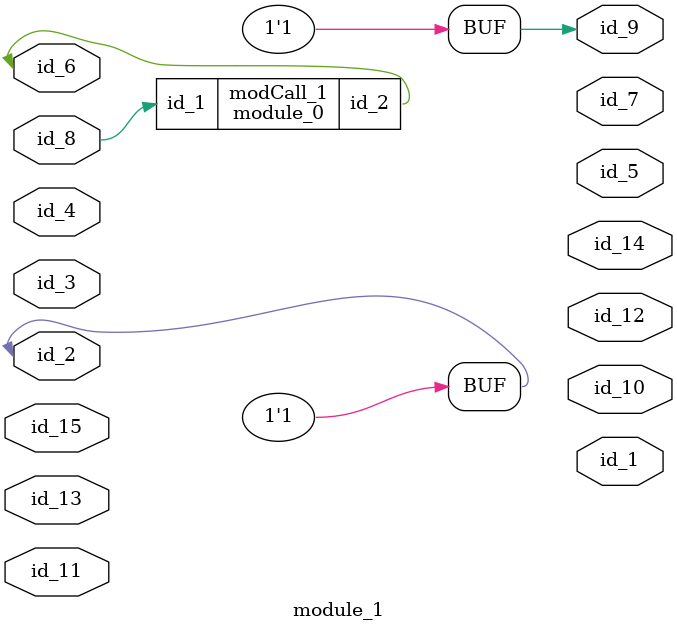
<source format=v>
module module_0 (
    id_1,
    id_2
);
  inout wire id_2;
  input wire id_1;
  assign id_2 = id_2;
  wire id_3;
  assign id_2 = -1'b0;
endmodule
module module_1 (
    id_1,
    id_2,
    id_3,
    id_4,
    id_5,
    id_6,
    id_7,
    id_8,
    id_9,
    id_10,
    id_11,
    id_12,
    id_13,
    id_14,
    id_15
);
  input wire id_15;
  output wire id_14;
  inout wire id_13;
  output wire id_12;
  inout wire id_11;
  output wire id_10;
  output wire id_9;
  inout wire id_8;
  output wire id_7;
  inout wire id_6;
  output wire id_5;
  input wire id_4;
  input wire id_3;
  inout wire id_2;
  output wire id_1;
  initial id_2 <= -1;
  module_0 modCall_1 (
      id_8,
      id_6
  );
  assign id_9 = -1;
endmodule

</source>
